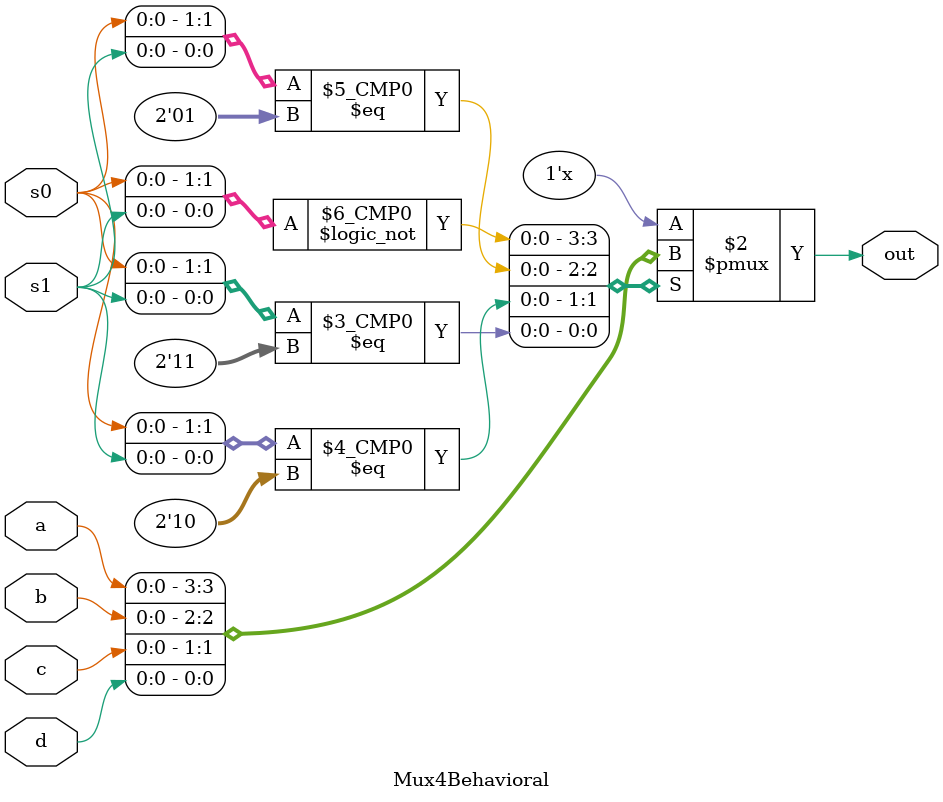
<source format=v>
`timescale 1ns/1ps
module Mux4Behavioral (
input wire       a, b, c, d,
input wire       s0, s1,
output reg       out
 );

always @ (*) begin
  case ({s0,s1})
    2'b00 : out = a;
    2'b01 : out = b;
    2'b10 : out = c;
    2'b11 : out = d;
  endcase

end

endmodule

</source>
